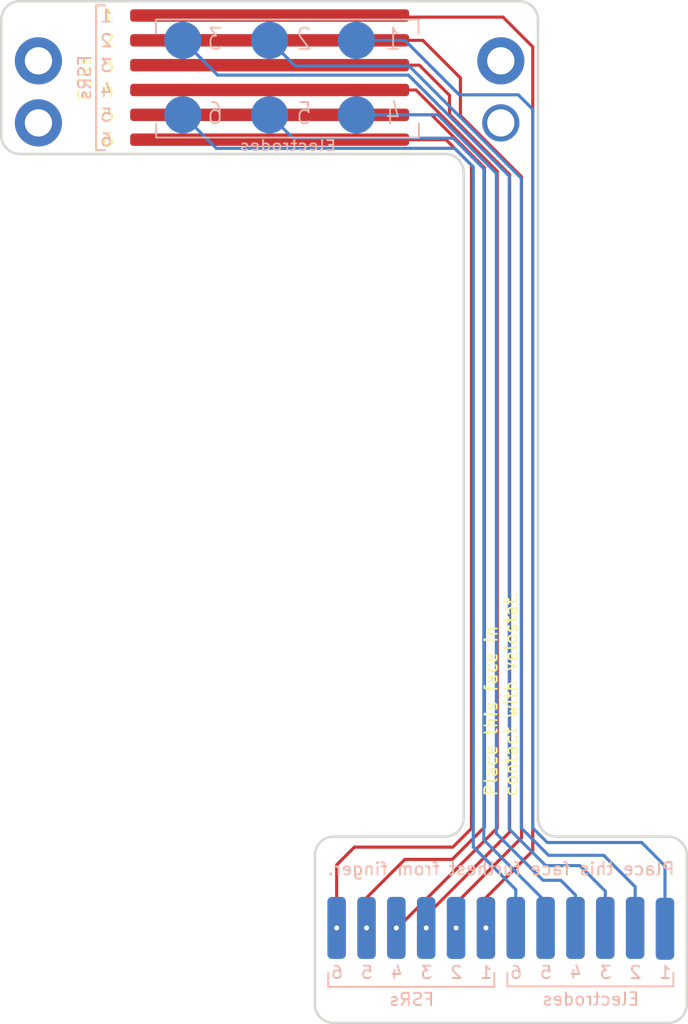
<source format=kicad_pcb>
(kicad_pcb (version 20221018) (generator pcbnew)
  (layers (0 "F.Cu" signal) (31 "B.Cu" signal) (34 "B.Paste" user) (35 "F.Paste" user) (36 "B.SilkS" user "B.Silkscreen") (37 "F.SilkS" user "F.Silkscreen") (38 "B.Mask" user) (39 "F.Mask" user) (44 "Edge.Cuts" user))
  (net 0 "")
  (net 1 "Net-(E1-Pad1)")
  (net 2 "Net-(E2-Pad1)")
  (net 3 "Net-(E3-Pad1)")
  (net 4 "Net-(E4-Pad1)")
  (net 5 "Net-(E5-Pad1)")
  (net 6 "Net-(E6-Pad1)")
  (net 11 "Net-(E7-Pad1)")
  (net 12 "Net-(E8-Pad1)")
  (net 13 "Net-(E9-Pad1)")
  (net 14 "Net-(E10-Pad1)")
  (net 15 "Net-(E11-Pad1)")
  (net 16 "Net-(E12-Pad1)")
  (footprint "MasterThesis_library:Finger_FSR_V1_Length" (layer "F.Cu") (at 134.8 74)
    (fp_text reference "E3" hide)
    (fp_text value "Finger_FSR_V1_Length" hide)
    (pad "1" smd roundrect locked (at 0 0) (size 22.5 1) (layers "F.Cu" "F.Paste" "F.Mask") (net 3 "Net-(E3-Pad1)"))
  )
  (footprint "MasterThesis_library:Finger_FSR_V1_Length" (layer "F.Cu") (at 134.8 76)
    (fp_text reference "E4" hide)
    (fp_text value "Finger_FSR_V1_Length" hide)
    (pad "1" smd roundrect locked (at 0 0) (size 22.5 1) (layers "F.Cu" "F.Paste" "F.Mask") (net 4 "Net-(E4-Pad1)"))
  )
  (footprint "MasterThesis_library:Finger_FSR_V1_Length" (layer "F.Cu") (at 134.8 72)
    (fp_text reference "E2" hide)
    (fp_text value "Finger_FSR_V1_Length" hide)
    (pad "1" smd roundrect locked (at 0 0) (size 22.5 1) (layers "F.Cu" "F.Paste" "F.Mask") (net 2 "Net-(E2-Pad1)"))
  )
  (footprint "MountingHole:MountingHole_2.2mm_M2_DIN965_Pad" (layer "F.Cu") (at 153.45 78.65)
    (fp_text reference "H4" hide)
    (fp_text value "MountingHole_Pad" hide)
    (pad "1" thru_hole circle locked (at 0 0) (size 3 3) (drill 2.2) (layers "*.Cu" "*.Mask"))
  )
  (footprint "MountingHole:MountingHole_2.2mm_M2_DIN965_Pad" (layer "F.Cu") (at 153.45 73.65)
    (fp_text reference "H3" hide)
    (fp_text value "MountingHole_Pad" hide)
    (pad "1" thru_hole circle locked (at 0 0) (size 3.8 3.8) (drill 2.2) (layers "*.Cu" "*.Mask"))
  )
  (footprint "MasterThesis_library:Finger_FSR_V1_Length" (layer "F.Cu") (at 134.8 80)
    (fp_text reference "E6" hide)
    (fp_text value "Finger_FSR_V1_Length" hide)
    (pad "1" smd roundrect locked (at 0 0) (size 22.5 1) (layers "F.Cu" "F.Paste" "F.Mask") (net 6 "Net-(E6-Pad1)"))
  )
  (footprint "MountingHole:MountingHole_2.2mm_M2_DIN965_Pad" (layer "F.Cu") (at 116.15 73.65)
    (fp_text reference "H2" hide)
    (fp_text value "MountingHole_Pad" hide)
    (pad "1" thru_hole circle locked (at 0 0) (size 3.8 3.8) (drill 2.2) (layers "*.Cu" "*.Mask"))
  )
  (footprint "MasterThesis_library:Finger_FSR_V1_Length" (layer "F.Cu") (at 134.8 70)
    (fp_text reference "E1" hide)
    (fp_text value "Finger_FSR_V1_Length" hide)
    (pad "1" smd roundrect locked (at 0 0) (size 22.5 1) (layers "F.Cu" "F.Paste" "F.Mask") (net 1 "Net-(E1-Pad1)"))
  )
  (footprint "MasterThesis_library:Finger_FSR_V1_Length" (layer "F.Cu") (at 134.8 78)
    (fp_text reference "E5" hide)
    (fp_text value "Finger_FSR_V1_Length" hide)
    (pad "1" smd roundrect locked (at 0 0) (size 22.5 1) (layers "F.Cu" "F.Paste" "F.Mask") (net 5 "Net-(E5-Pad1)"))
  )
  (footprint "MountingHole:MountingHole_2.2mm_M2_DIN965_Pad" (layer "F.Cu") (at 116.15 78.65)
    (fp_text reference "H1" hide)
    (fp_text value "MountingHole_Pad" hide)
    (pad "1" thru_hole circle locked (at 0 0) (size 3.8 3.8) (drill 2.2) (layers "*.Cu" "*.Mask"))
  )
  (footprint "MasterThesis_library:Long_pad" (layer "B.Cu") (at 159.469228 143.5 -90)
    (fp_text reference "U10" hide)
    (fp_text value "pad" hide)
    (pad "1" smd roundrect (at 0 0 270) (size 5 1.5) (layers "B.Cu" "B.Paste" "B.Mask") (net 14 "Net-(E10-Pad1)"))
  )
  (footprint "MasterThesis_library:Long_pad" (layer "B.Cu") (at 161.87692 143.5 -90)
    (fp_text reference "U7" hide)
    (fp_text value "pad" hide)
    (pad "1" smd roundrect (at 0 0 270) (size 5 1.5) (layers "B.Cu" "B.Paste" "B.Mask") (net 11 "Net-(E7-Pad1)"))
  )
  (footprint "MasterThesis_library:Electrode" (layer "B.Cu") (at 134.8 72 180)
    (fp_text reference "E11" hide)
    (fp_text value "~" hide)
    (pad "1" smd circle (at 0 0 180) (size 3 3) (layers "B.Cu" "B.Paste" "B.Mask") (net 15 "Net-(E11-Pad1)"))
  )
  (footprint "MasterThesis_library:pad" (layer "B.Cu") (at 142.615384 143.5 -90)
    (fp_text reference "U5" hide)
    (fp_text value "pad" hide)
    (pad "1" smd roundrect (at 0 0 270) (size 5 1.5) (layers "B.Cu" "B.Paste" "B.Mask") (net 5 "Net-(E5-Pad1)"))
  )
  (footprint "MasterThesis_library:Long_pad" (layer "B.Cu") (at 157.061536 143.5 -90)
    (fp_text reference "U12" hide)
    (fp_text value "pad" hide)
    (pad "1" smd roundrect (at 0 0 270) (size 5 1.5) (layers "B.Cu" "B.Paste" "B.Mask") (net 16 "Net-(E12-Pad1)"))
  )
  (footprint "MasterThesis_library:Electrode" (layer "B.Cu") (at 127.8 72 180)
    (fp_text reference "E7" hide)
    (fp_text value "~" hide)
    (pad "1" smd circle (at 0 0 180) (size 3 3) (layers "B.Cu" "B.Paste" "B.Mask") (net 11 "Net-(E7-Pad1)"))
  )
  (footprint "MasterThesis_library:pad" (layer "B.Cu") (at 140.207692 143.5 -90)
    (fp_text reference "U6" hide)
    (fp_text value "pad" hide)
    (pad "1" smd roundrect locked (at 0 0 270) (size 5 1.5) (layers "B.Cu" "B.Paste" "B.Mask") (net 6 "Net-(E6-Pad1)"))
  )
  (footprint "MasterThesis_library:pad" (layer "B.Cu") (at 149.83846 143.5 -90)
    (fp_text reference "U2" hide)
    (fp_text value "pad" hide)
    (pad "1" smd roundrect (at 0 0 270) (size 5 1.5) (layers "B.Cu" "B.Paste" "B.Mask") (net 2 "Net-(E2-Pad1)"))
  )
  (footprint "MasterThesis_library:pad" (layer "B.Cu") (at 147.430768 143.5 -90)
    (fp_text reference "U3" hide)
    (fp_text value "pad" hide)
    (pad "1" smd roundrect (at 0 0 270) (size 5 1.5) (layers "B.Cu" "B.Paste" "B.Mask") (net 3 "Net-(E3-Pad1)"))
  )
  (footprint "MasterThesis_library:pad" (layer "B.Cu") (at 152.246152 143.5 -90)
    (fp_text reference "U1" hide)
    (fp_text value "pad" hide)
    (pad "1" smd roundrect (at 0 0 270) (size 5 1.5) (layers "B.Cu" "B.Paste" "B.Mask") (net 1 "Net-(E1-Pad1)"))
  )
  (footprint "MasterThesis_library:Long_pad" (layer "B.Cu") (at 166.692304 143.57 -90)
    (fp_text reference "U9" hide)
    (fp_text value "pad" hide)
    (pad "1" smd roundrect locked (at 0 0 270) (size 5 1.5) (layers "B.Cu" "B.Paste" "B.Mask") (net 13 "Net-(E9-Pad1)"))
  )
  (footprint "MasterThesis_library:Electrode" (layer "B.Cu") (at 141.8 78 180)
    (fp_text reference "E10" hide)
    (fp_text value "~" hide)
    (pad "1" smd circle (at 0 0 180) (size 3 3) (layers "B.Cu" "B.Paste" "B.Mask") (net 14 "Net-(E10-Pad1)"))
  )
  (footprint "MasterThesis_library:Electrode" (layer "B.Cu") (at 141.8 72 180)
    (fp_text reference "E9" hide)
    (fp_text value "~" hide)
    (pad "1" smd circle (at 0 0 180) (size 3 3) (layers "B.Cu" "B.Paste" "B.Mask") (net 13 "Net-(E9-Pad1)"))
  )
  (footprint "MasterThesis_library:Electrode" (layer "B.Cu") (at 127.8 78 180)
    (fp_text reference "E8" hide)
    (fp_text value "~" hide)
    (pad "1" smd circle (at 0 0 180) (size 3 3) (layers "B.Cu" "B.Paste" "B.Mask") (net 12 "Net-(E8-Pad1)"))
  )
  (footprint "MasterThesis_library:Long_pad" (layer "B.Cu") (at 164.284612 143.5 90)
    (fp_text reference "U11" hide)
    (fp_text value "pad" hide)
    (pad "1" smd roundrect (at 0 0 90) (size 5 1.5) (layers "B.Cu" "B.Paste" "B.Mask") (net 15 "Net-(E11-Pad1)"))
  )
  (footprint "MasterThesis_library:Electrode" (layer "B.Cu") (at 134.8 78 180)
    (fp_text reference "E12" hide)
    (fp_text value "~" hide)
    (pad "1" smd circle (at 0 0 180) (size 3 3) (layers "B.Cu" "B.Paste" "B.Mask") (net 16 "Net-(E12-Pad1)"))
  )
  (footprint "MasterThesis_library:pad" (layer "B.Cu") (at 145.023076 143.5 -90)
    (fp_text reference "U4" hide)
    (fp_text value "pad" hide)
    (pad "1" smd roundrect (at 0 0 270) (size 5 1.5) (layers "B.Cu" "B.Paste" "B.Mask") (net 4 "Net-(E4-Pad1)"))
  )
  (footprint "MasterThesis_library:Long_pad" (layer "B.Cu") (at 154.653844 143.5 -90)
    (fp_text reference "U8" hide)
    (fp_text value "pad" hide)
    (pad "1" smd roundrect locked (at 0 0 270) (size 5 1.5) (layers "B.Cu" "B.Paste" "B.Mask") (net 12 "Net-(E8-Pad1)"))
  )
  (gr_line (start 153.978844 147.09) (end 153.978844 148.21) (stroke (width 0.15)) (layer "B.SilkS"))
  (gr_line (start 121.515 80.85) (end 120.805 80.85) (stroke (width 0.15)) (layer "B.SilkS"))
  (gr_line (start 152.921152 147.12) (end 152.921152 148.24) (stroke (width 0.15)) (layer "B.SilkS"))
  (gr_line (start 167.367304 148.21) (end 153.978844 148.21) (stroke (width 0.15)) (layer "B.SilkS"))
  (gr_line (start 152.921152 148.24) (end 139.532692 148.24) (stroke (width 0.15)) (layer "B.SilkS"))
  (gr_line (start 125.6225 70.32) (end 125.622499 71.44) (stroke (width 0.15)) (layer "B.SilkS"))
  (gr_line (start 146.84 79.83) (end 146.84 78.71) (stroke (width 0.15)) (layer "B.SilkS"))
  (gr_line (start 146.83673 79.83) (end 125.64827 79.83) (stroke (width 0.15)) (layer "B.SilkS"))
  (gr_line (start 146.8125 71.44) (end 146.812501 70.32) (stroke (width 0.15)) (layer "B.SilkS"))
  (gr_line (start 121.515 69.18) (end 120.805 69.18) (stroke (width 0.15)) (layer "B.SilkS"))
  (gr_line (start 125.62577 70.32) (end 146.81423 70.32) (stroke (width 0.15)) (layer "B.SilkS"))
  (gr_line (start 167.367304 148.21) (end 167.367304 147.09) (stroke (width 0.15)) (layer "B.SilkS"))
  (gr_line (start 125.65 78.71) (end 125.65 79.83) (stroke (width 0.15)) (layer "B.SilkS"))
  (gr_line (start 139.532692 147.12) (end 139.532692 148.24) (stroke (width 0.15)) (layer "B.SilkS"))
  (gr_line (start 120.804999 69.18825) (end 120.804999 80.84825) (stroke (width 0.15)) (layer "B.SilkS"))
  (gr_line (start 120.819999 69.17825) (end 121.529999 69.17825) (stroke (width 0.15)) (layer "F.SilkS"))
  (gr_line (start 120.819999 80.84825) (end 121.529999 80.84825) (stroke (width 0.15)) (layer "F.SilkS"))
  (gr_line (start 120.819998 69.18) (end 120.819998 80.84) (stroke (width 0.15)) (layer "F.SilkS"))
  (gr_line locked (start 113.15 70.35) (end 113.15 79.65) (stroke (width 0.2)) (layer "Edge.Cuts"))
  (gr_arc locked (start 113.15 70.35) (mid 113.58934 69.28934) (end 114.65 68.85) (stroke (width 0.2)) (layer "Edge.Cuts"))
  (gr_arc locked (start 168.45 149.65) (mid 168.01066 150.71066) (end 166.95 151.15) (stroke (width 0.2)) (layer "Edge.Cuts"))
  (gr_line locked (start 168.45 149.65) (end 168.45 137.65) (stroke (width 0.2)) (layer "Edge.Cuts"))
  (gr_arc locked (start 157.95 136.15) (mid 156.88934 135.71066) (end 156.45 134.65) (stroke (width 0.2)) (layer "Edge.Cuts"))
  (gr_line locked (start 150.45 82.65) (end 150.45 134.65) (stroke (width 0.2)) (layer "Edge.Cuts"))
  (gr_line locked (start 154.95 68.85) (end 114.65 68.85) (stroke (width 0.2)) (layer "Edge.Cuts"))
  (gr_arc locked (start 148.95 81.15) (mid 150.01066 81.58934) (end 150.45 82.65) (stroke (width 0.2)) (layer "Edge.Cuts"))
  (gr_line locked (start 138.45 137.65) (end 138.45 149.65) (stroke (width 0.2)) (layer "Edge.Cuts"))
  (gr_line locked (start 166.95 136.15) (end 157.95 136.15) (stroke (width 0.2)) (layer "Edge.Cuts"))
  (gr_arc locked (start 138.45 137.65) (mid 138.88934 136.58934) (end 139.95 136.15) (stroke (width 0.2)) (layer "Edge.Cuts"))
  (gr_line locked (start 156.45 134.65) (end 156.45 70.35) (stroke (width 0.2)) (layer "Edge.Cuts"))
  (gr_arc locked (start 166.95 136.15) (mid 168.01066 136.58934) (end 168.45 137.65) (stroke (width 0.2)) (layer "Edge.Cuts"))
  (gr_arc locked (start 114.65 81.15) (mid 113.58934 80.71066) (end 113.15 79.65) (stroke (width 0.2)) (layer "Edge.Cuts"))
  (gr_line locked (start 148.95 136.15) (end 139.95 136.15) (stroke (width 0.2)) (layer "Edge.Cuts"))
  (gr_arc locked (start 139.95 151.15) (mid 138.88934 150.71066) (end 138.45 149.65) (stroke (width 0.2)) (layer "Edge.Cuts"))
  (gr_arc locked (start 150.45 134.65) (mid 150.01066 135.71066) (end 148.95 136.15) (stroke (width 0.2)) (layer "Edge.Cuts"))
  (gr_line locked (start 139.95 151.15) (end 166.95 151.15) (stroke (width 0.2)) (layer "Edge.Cuts"))
  (gr_arc locked (start 154.95 68.85) (mid 156.01066 69.28934) (end 156.45 70.35) (stroke (width 0.2)) (layer "Edge.Cuts"))
  (gr_line locked (start 114.65 81.15) (end 148.95 81.15) (stroke (width 0.2)) (layer "Edge.Cuts"))
  (gr_text "1" (at 167.293495 147.67) (layer "B.SilkS") (effects (font (size 1 1)) (justify left bottom mirror)))
  (gr_text "4      5      6" (at 145.48 78.89225) (layer "B.SilkS") (effects (font (size 1.7 1.3)) (justify left bottom mirror)))
  (gr_text "Electrodes" (at 164.702837 149.82) (layer "B.SilkS") (effects (font (size 1 1)) (justify left bottom mirror)))
  (gr_text "6" (at 155.255035 147.67) (layer "B.SilkS") (effects (font (size 1 1)) (justify left bottom mirror)))
  (gr_text "5" (at 157.662727 147.67) (layer "B.SilkS") (effects (font (size 1 1)) (justify left bottom mirror)))
  (gr_text "4" (at 160.070419 147.67) (layer "B.SilkS") (effects (font (size 1 1)) (justify left bottom mirror)))
  (gr_text "1" (at 122.18238 70.62) (layer "B.SilkS") (effects (font (size 1 1)) (justify left bottom mirror)))
  (gr_text "1      2      3\n" (at 145.48 72.89225) (layer "B.SilkS") (effects (font (size 1.7 1.3)) (justify left bottom mirror)))
  (gr_text "6" (at 140.808883 147.67) (layer "B.SilkS") (effects (font (size 1 1)) (justify left bottom mirror)))
  (gr_text "1" (at 152.847343 147.67) (layer "B.SilkS") (effects (font (size 1 1)) (justify left bottom mirror)))
  (gr_text "Electrodes" (at 140.272263 80.94) (layer "B.SilkS") (effects (font (size 0.8 1)) (justify left bottom mirror)))
  (gr_text "5" (at 122.18238 78.62) (layer "B.SilkS") (effects (font (size 1 1)) (justify left bottom mirror)))
  (gr_text "4" (at 122.18238 76.62) (layer "B.SilkS") (effects (font (size 1 1)) (justify left bottom mirror)))
  (gr_text "3" (at 122.18238 74.62) (layer "B.SilkS") (effects (font (size 1 1)) (justify left bottom mirror)))
  (gr_text "3" (at 148.031959 147.67) (layer "B.SilkS") (effects (font (size 1 1)) (justify left bottom mirror)))
  (gr_text "2" (at 150.439651 147.67) (layer "B.SilkS") (effects (font (size 1 1)) (justify left bottom mirror)))
  (gr_text "FSRs" (at 148.161446 149.85) (layer "B.SilkS") (effects (font (size 1 1)) (justify left bottom mirror)))
  (gr_text "5" (at 143.216575 147.67) (layer "B.SilkS") (effects (font (size 1 1)) (justify left bottom mirror)))
  (gr_text "2" (at 164.885803 147.67) (layer "B.SilkS") (effects (font (size 1 1)) (justify left bottom mirror)))
  (gr_text "6" (at 122.18238 80.62) (layer "B.SilkS") (effects (font (size 1 1)) (justify left bottom mirror)))
  (gr_text "3" (at 162.478111 147.67) (layer "B.SilkS") (effects (font (size 1 1)) (justify left bottom mirror)))
  (gr_text "FSRs" (at 120.47 73.083726 90) (layer "B.SilkS") (effects (font (size 1 1)) (justify left bottom mirror)))
  (gr_text "2" (at 122.18238 72.62) (layer "B.SilkS") (effects (font (size 1 1)) (justify left bottom mirror)))
  (gr_text "4" (at 145.624267 147.67) (layer "B.SilkS") (effects (font (size 1 1)) (justify left bottom mirror)))
  (gr_text "Place this face furthest from finger." (at 167.551193 139.33) (layer "B.SilkS") (effects (font (size 1 1)) (justify left bottom mirror)))
  (gr_text "3" (at 121.22 74.60175) (layer "F.SilkS") (effects (font (size 1 1)) (justify left bottom)))
  (gr_text "4" (at 121.22 76.60175) (layer "F.SilkS") (effects (font (size 1 1)) (justify left bottom)))
  (gr_text "Place this face in \ncontact with velostat." (at 154.85675 133 90) (layer "F.SilkS") (effects (font (size 1 1)) (justify left bottom)))
  (gr_text "5" (at 121.22 78.60175) (layer "F.SilkS") (effects (font (size 1 1)) (justify left bottom)))
  (gr_text "FSRs" (at 120.484999 76.944524 90) (layer "F.SilkS") (effects (font (size 1 1)) (justify left bottom)))
  (gr_text "1" (at 121.22 70.60175) (layer "F.SilkS") (effects (font (size 1 1)) (justify left bottom)))
  (gr_text "2" (at 121.22 72.60175) (layer "F.SilkS") (effects (font (size 1 1)) (justify left bottom)))
  (gr_text "6" (at 121.22 80.60175) (layer "F.SilkS") (effects (font (size 1 1)) (justify left bottom)))
  (segment (start 153.63 70.13) (end 134.93 70.13) (width 0.25) (layer "F.Cu") (net 1))
  (segment (start 156.025 72.525) (end 153.63 70.13) (width 0.25) (layer "F.Cu") (net 1))
  (segment (start 156.025 137.285) (end 156.025 72.525) (width 0.25) (layer "F.Cu") (net 1))
  (segment (start 152.246152 143.5) (end 152.246152 141.063848) (width 0.25) (layer "F.Cu") (net 1))
  (segment (start 134.93 70.13) (end 134.8 70) (width 0.25) (layer "F.Cu") (net 1))
  (segment (start 152.246152 141.063848) (end 156.025 137.285) (width 0.25) (layer "F.Cu") (net 1))
  (via (at 152.246152 143.5) (size 0.8) (drill 0.4) (layers "F.Cu" "B.Cu") (net 1))
  (segment (start 150.19 75.03) (end 150.19 78.06) (width 0.25) (layer "F.Cu") (net 2))
  (segment (start 150.19 78.06) (end 155.12 82.99) (width 0.25) (layer "F.Cu") (net 2))
  (segment (start 155.12 136.24) (end 149.83846 141.52154) (width 0.25) (layer "F.Cu") (net 2))
  (segment (start 149.83846 141.52154) (end 149.83846 143.5) (width 0.25) (layer "F.Cu") (net 2))
  (segment (start 155.12 82.99) (end 155.12 136.24) (width 0.25) (layer "F.Cu") (net 2))
  (segment (start 147.16 72) (end 150.19 75.03) (width 0.25) (layer "F.Cu") (net 2))
  (segment (start 134.8 72) (end 147.16 72) (width 0.25) (layer "F.Cu") (net 2))
  (via (at 149.83846 143.5) (size 0.8) (drill 0.4) (layers "F.Cu" "B.Cu") (net 2))
  (segment (start 149.31 77.96) (end 149.31 76.43) (width 0.25) (layer "F.Cu") (net 3))
  (segment (start 154.16 135.78) (end 154.16 82.81) (width 0.25) (layer "F.Cu") (net 3))
  (segment (start 147.430768 143.5) (end 147.430768 142.509232) (width 0.25) (layer "F.Cu") (net 3))
  (segment (start 146.88 74) (end 134.8 74) (width 0.25) (layer "F.Cu") (net 3))
  (segment (start 149.31 76.43) (end 146.88 74) (width 0.25) (layer "F.Cu") (net 3))
  (segment (start 154.16 82.81) (end 149.31 77.96) (width 0.25) (layer "F.Cu") (net 3))
  (segment (start 147.430768 142.509232) (end 154.16 135.78) (width 0.25) (layer "F.Cu") (net 3))
  (via (at 147.430768 143.5) (size 0.8) (drill 0.4) (layers "F.Cu" "B.Cu") (net 3))
  (segment (start 145.11 143.5) (end 153.16 135.45) (width 0.25) (layer "F.Cu") (net 4))
  (segment (start 153.16 135.45) (end 153.16 82.55) (width 0.25) (layer "F.Cu") (net 4))
  (segment (start 145.023076 143.5) (end 145.11 143.5) (width 0.25) (layer "F.Cu") (net 4))
  (segment (start 153.16 82.55) (end 146.61 76) (width 0.25) (layer "F.Cu") (net 4))
  (segment (start 146.61 76) (end 134.8 76) (width 0.25) (layer "F.Cu") (net 4))
  (via (at 145.023076 143.5) (size 0.8) (drill 0.4) (layers "F.Cu" "B.Cu") (net 4))
  (segment (start 152.13 135.38) (end 152.13 82.27) (width 0.25) (layer "F.Cu") (net 5))
  (segment (start 147.86 78) (end 134.8 78) (width 0.25) (layer "F.Cu") (net 5))
  (segment (start 149.53 137.98) (end 152.13 135.38) (width 0.25) (layer "F.Cu") (net 5))
  (segment (start 142.615384 141.074616) (end 145.71 137.98) (width 0.25) (layer "F.Cu") (net 5))
  (segment (start 145.71 137.98) (end 149.53 137.98) (width 0.25) (layer "F.Cu") (net 5))
  (segment (start 152.13 82.27) (end 147.86 78) (width 0.25) (layer "F.Cu") (net 5))
  (segment (start 142.615384 143.5) (end 142.615384 141.074616) (width 0.25) (layer "F.Cu") (net 5))
  (via (at 142.615384 143.5) (size 0.8) (drill 0.4) (layers "F.Cu" "B.Cu") (net 5))
  (segment (start 140.207692 143.5) (end 140.207692 138.422308) (width 0.25) (layer "F.Cu") (net 6))
  (segment (start 141.64 136.99) (end 149.58 136.99) (width 0.25) (layer "F.Cu") (net 6))
  (segment (start 151.08 82.053838) (end 149.026162 80) (width 0.25) (layer "F.Cu") (net 6))
  (segment (start 149.58 136.99) (end 151.08 135.49) (width 0.25) (layer "F.Cu") (net 6))
  (segment (start 151.08 135.49) (end 151.08 82.053838) (width 0.25) (layer "F.Cu") (net 6))
  (segment (start 140.207692 138.422308) (end 141.64 136.99) (width 0.25) (layer "F.Cu") (net 6))
  (segment (start 149.026162 80) (end 134.8 80) (width 0.25) (layer "F.Cu") (net 6))
  (via (at 140.207692 143.5) (size 0.8) (drill 0.4) (layers "F.Cu" "B.Cu") (net 6))
  (segment (start 130.6 74.8) (end 146 74.8) (width 0.25) (layer "B.Cu") (net 11))
  (segment (start 146 74.8) (end 154.13 82.93) (width 0.25) (layer "B.Cu") (net 11))
  (segment (start 161.87692 140.53692) (end 161.87692 143.5) (width 0.25) (layer "B.Cu") (net 11))
  (segment (start 127.8 72) (end 130.6 74.8) (width 0.25) (layer "B.Cu") (net 11))
  (segment (start 157.07 138.48) (end 159.82 138.48) (width 0.25) (layer "B.Cu") (net 11))
  (segment (start 159.82 138.48) (end 161.87692 140.53692) (width 0.25) (layer "B.Cu") (net 11))
  (segment (start 154.13 82.93) (end 154.13 135.54) (width 0.25) (layer "B.Cu") (net 11))
  (segment (start 154.13 135.54) (end 157.07 138.48) (width 0.25) (layer "B.Cu") (net 11))
  (segment (start 154.653844 140.403844) (end 151.23 136.98) (width 0.25) (layer "B.Cu") (net 12))
  (segment (start 154.653844 143.5) (end 154.653844 140.403844) (width 0.25) (layer "B.Cu") (net 12))
  (segment (start 151.23 136.98) (end 151.23 82.203838) (width 0.25) (layer "B.Cu") (net 12))
  (segment (start 151.23 82.203838) (end 149.726162 80.7) (width 0.25) (layer "B.Cu") (net 12))
  (segment (start 130.5 80.7) (end 127.8 78) (width 0.25) (layer "B.Cu") (net 12))
  (segment (start 149.726162 80.7) (end 130.5 80.7) (width 0.25) (layer "B.Cu") (net 12))
  (segment (start 150.1 76.39) (end 154.86 76.39) (width 0.25) (layer "B.Cu") (net 13))
  (segment (start 154.86 76.39) (end 156.025 77.555) (width 0.25) (layer "B.Cu") (net 13))
  (segment (start 145.71 72) (end 150.1 76.39) (width 0.25) (layer "B.Cu") (net 13))
  (segment (start 166.692304 138.502304) (end 166.692304 143.57) (width 0.25) (layer "B.Cu") (net 13))
  (segment (start 157.193838 136.62) (end 164.81 136.62) (width 0.25) (layer "B.Cu") (net 13))
  (segment (start 156.025 77.555) (end 156.025 135.451162) (width 0.25) (layer "B.Cu") (net 13))
  (segment (start 156.025 135.451162) (end 157.193838 136.62) (width 0.25) (layer "B.Cu") (net 13))
  (segment (start 141.8 72) (end 145.71 72) (width 0.25) (layer "B.Cu") (net 13))
  (segment (start 164.81 136.62) (end 166.692304 138.502304) (width 0.25) (layer "B.Cu") (net 13))
  (segment (start 156.85 139.66) (end 153.09 135.9) (width 0.25) (layer "B.Cu") (net 14))
  (segment (start 148.376396 78) (end 141.8 78) (width 0.25) (layer "B.Cu") (net 14))
  (segment (start 153.09 82.713604) (end 148.376396 78) (width 0.25) (layer "B.Cu") (net 14))
  (segment (start 159.469228 140.849228) (end 158.28 139.66) (width 0.25) (layer "B.Cu") (net 14))
  (segment (start 159.469228 143.5) (end 159.469228 140.849228) (width 0.25) (layer "B.Cu") (net 14))
  (segment (start 153.09 135.9) (end 153.09 82.713604) (width 0.25) (layer "B.Cu") (net 14))
  (segment (start 158.28 139.66) (end 156.85 139.66) (width 0.25) (layer "B.Cu") (net 14))
  (segment (start 161.75 137.65) (end 157.3 137.65) (width 0.25) (layer "B.Cu") (net 15))
  (segment (start 146.06 74.07) (end 136.87 74.07) (width 0.25) (layer "B.Cu") (net 15))
  (segment (start 157.3 137.65) (end 155.1 135.45) (width 0.25) (layer "B.Cu") (net 15))
  (segment (start 155.1 135.45) (end 155.1 83.11) (width 0.25) (layer "B.Cu") (net 15))
  (segment (start 164.284612 140.184612) (end 161.75 137.65) (width 0.25) (layer "B.Cu") (net 15))
  (segment (start 164.284612 143.5) (end 164.284612 140.184612) (width 0.25) (layer "B.Cu") (net 15))
  (segment (start 155.1 83.11) (end 146.06 74.07) (width 0.25) (layer "B.Cu") (net 15))
  (segment (start 136.87 74.07) (end 134.8 72) (width 0.25) (layer "B.Cu") (net 15))
  (segment (start 149.62 79.88) (end 152.08 82.34) (width 0.25) (layer "B.Cu") (net 16))
  (segment (start 152.08 82.34) (end 152.08 136.41) (width 0.25) (layer "B.Cu") (net 16))
  (segment (start 134.8 78) (end 136.68 79.88) (width 0.25) (layer "B.Cu") (net 16))
  (segment (start 152.08 136.41) (end 157.061536 141.391536) (width 0.25) (layer "B.Cu") (net 16))
  (segment (start 136.68 79.88) (end 149.62 79.88) (width 0.25) (layer "B.Cu") (net 16))
  (segment (start 157.061536 141.391536) (end 157.061536 143.5) (width 0.25) (layer "B.Cu") (net 16))
)
</source>
